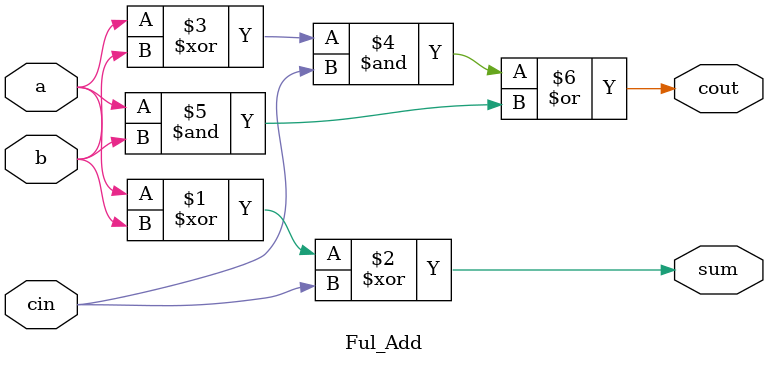
<source format=v>
                     
module Ful_Add (a, b, cin, sum, cout);
	input a, b, cin;
	output sum, cout;
	wire [2:0] carry;
	assign sum = (a^b^cin);
	assign cout = ((a^b)&cin)|(a&b);
endmodule                  
                  


</source>
